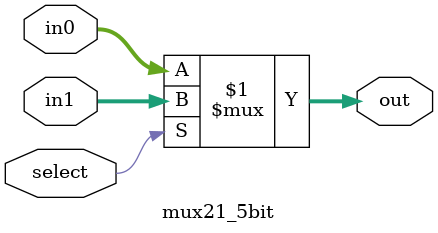
<source format=v>

module mux21_5bit (in0, in1, select, out);

input [4:0] in0, in1;
input select;
output [4:0] out;

assign out = select? in1 : in0;

endmodule

</source>
